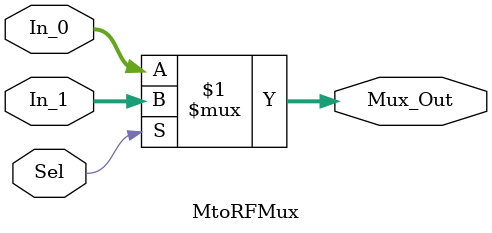
<source format=v>
`timescale 1ns / 1ps

module MtoRFMux(
    input Sel,
    input [31:0] In_0,
    input [31:0] In_1,
    output [31:0] Mux_Out
    );
    assign Mux_Out = Sel ? In_1 : In_0;
endmodule

</source>
